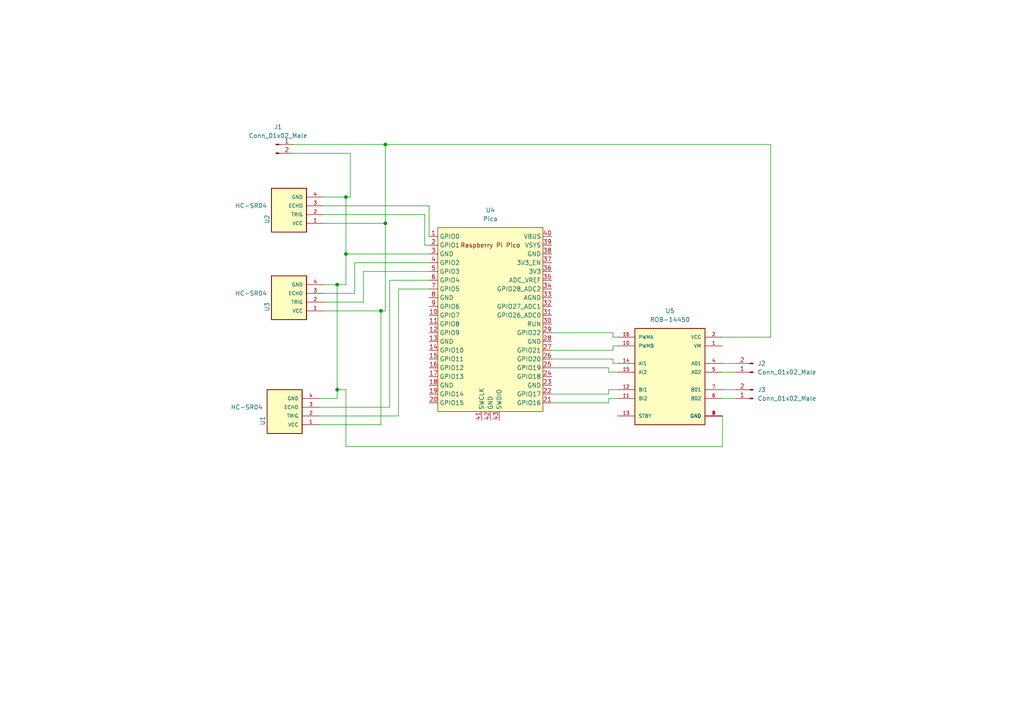
<source format=kicad_sch>
(kicad_sch
	(version 20231120)
	(generator "eeschema")
	(generator_version "8.0")
	(uuid "3dfe04a4-ab42-47f6-8001-e9928d0c5688")
	(paper "A4")
	(lib_symbols
		(symbol "Connector:Conn_01x02_Male"
			(pin_names
				(offset 1.016) hide)
			(exclude_from_sim no)
			(in_bom yes)
			(on_board yes)
			(property "Reference" "J"
				(at 0 2.54 0)
				(effects
					(font
						(size 1.27 1.27)
					)
				)
			)
			(property "Value" "Conn_01x02_Male"
				(at 0 -5.08 0)
				(effects
					(font
						(size 1.27 1.27)
					)
				)
			)
			(property "Footprint" ""
				(at 0 0 0)
				(effects
					(font
						(size 1.27 1.27)
					)
					(hide yes)
				)
			)
			(property "Datasheet" "~"
				(at 0 0 0)
				(effects
					(font
						(size 1.27 1.27)
					)
					(hide yes)
				)
			)
			(property "Description" "Generic connector, single row, 01x02, script generated (kicad-library-utils/schlib/autogen/connector/)"
				(at 0 0 0)
				(effects
					(font
						(size 1.27 1.27)
					)
					(hide yes)
				)
			)
			(property "ki_keywords" "connector"
				(at 0 0 0)
				(effects
					(font
						(size 1.27 1.27)
					)
					(hide yes)
				)
			)
			(property "ki_fp_filters" "Connector*:*_1x??_*"
				(at 0 0 0)
				(effects
					(font
						(size 1.27 1.27)
					)
					(hide yes)
				)
			)
			(symbol "Conn_01x02_Male_1_1"
				(polyline
					(pts
						(xy 1.27 -2.54) (xy 0.8636 -2.54)
					)
					(stroke
						(width 0.1524)
						(type default)
					)
					(fill
						(type none)
					)
				)
				(polyline
					(pts
						(xy 1.27 0) (xy 0.8636 0)
					)
					(stroke
						(width 0.1524)
						(type default)
					)
					(fill
						(type none)
					)
				)
				(rectangle
					(start 0.8636 -2.413)
					(end 0 -2.667)
					(stroke
						(width 0.1524)
						(type default)
					)
					(fill
						(type outline)
					)
				)
				(rectangle
					(start 0.8636 0.127)
					(end 0 -0.127)
					(stroke
						(width 0.1524)
						(type default)
					)
					(fill
						(type outline)
					)
				)
				(pin passive line
					(at 5.08 0 180)
					(length 3.81)
					(name "Pin_1"
						(effects
							(font
								(size 1.27 1.27)
							)
						)
					)
					(number "1"
						(effects
							(font
								(size 1.27 1.27)
							)
						)
					)
				)
				(pin passive line
					(at 5.08 -2.54 180)
					(length 3.81)
					(name "Pin_2"
						(effects
							(font
								(size 1.27 1.27)
							)
						)
					)
					(number "2"
						(effects
							(font
								(size 1.27 1.27)
							)
						)
					)
				)
			)
		)
		(symbol "HC-SR04:HC-SR04"
			(pin_names
				(offset 1.016)
			)
			(exclude_from_sim no)
			(in_bom yes)
			(on_board yes)
			(property "Reference" "U"
				(at 0 5.08 0)
				(effects
					(font
						(size 1.27 1.27)
					)
					(justify left bottom)
				)
			)
			(property "Value" "HC-SR04"
				(at 0 -10.16 0)
				(effects
					(font
						(size 1.27 1.27)
					)
					(justify left bottom)
				)
			)
			(property "Footprint" "XCVR_HC-SR04"
				(at 0 0 0)
				(effects
					(font
						(size 1.27 1.27)
					)
					(justify left bottom)
					(hide yes)
				)
			)
			(property "Datasheet" ""
				(at 0 0 0)
				(effects
					(font
						(size 1.27 1.27)
					)
					(justify left bottom)
					(hide yes)
				)
			)
			(property "Description" ""
				(at 0 0 0)
				(effects
					(font
						(size 1.27 1.27)
					)
					(hide yes)
				)
			)
			(property "MANUFACTURER" "Osepp"
				(at 0 0 0)
				(effects
					(font
						(size 1.27 1.27)
					)
					(justify left bottom)
					(hide yes)
				)
			)
			(property "ki_locked" ""
				(at 0 0 0)
				(effects
					(font
						(size 1.27 1.27)
					)
				)
			)
			(symbol "HC-SR04_0_0"
				(rectangle
					(start 0 -7.62)
					(end 10.16 5.08)
					(stroke
						(width 0.254)
						(type default)
					)
					(fill
						(type background)
					)
				)
				(polyline
					(pts
						(xy 0 5.08) (xy 0 -7.62)
					)
					(stroke
						(width 0.254)
						(type default)
					)
					(fill
						(type none)
					)
				)
				(pin power_in line
					(at -5.08 2.54 0)
					(length 5.08)
					(name "VCC"
						(effects
							(font
								(size 1.016 1.016)
							)
						)
					)
					(number "1"
						(effects
							(font
								(size 1.016 1.016)
							)
						)
					)
				)
				(pin bidirectional line
					(at -5.08 0 0)
					(length 5.08)
					(name "TRIG"
						(effects
							(font
								(size 1.016 1.016)
							)
						)
					)
					(number "2"
						(effects
							(font
								(size 1.016 1.016)
							)
						)
					)
				)
				(pin bidirectional line
					(at -5.08 -2.54 0)
					(length 5.08)
					(name "ECHO"
						(effects
							(font
								(size 1.016 1.016)
							)
						)
					)
					(number "3"
						(effects
							(font
								(size 1.016 1.016)
							)
						)
					)
				)
				(pin power_in line
					(at -5.08 -5.08 0)
					(length 5.08)
					(name "GND"
						(effects
							(font
								(size 1.016 1.016)
							)
						)
					)
					(number "4"
						(effects
							(font
								(size 1.016 1.016)
							)
						)
					)
				)
			)
		)
		(symbol "MCU_RaspberryPi_and_Boards:Pico"
			(exclude_from_sim no)
			(in_bom yes)
			(on_board yes)
			(property "Reference" "U"
				(at -13.97 27.94 0)
				(effects
					(font
						(size 1.27 1.27)
					)
				)
			)
			(property "Value" "Pico"
				(at 0 19.05 0)
				(effects
					(font
						(size 1.27 1.27)
					)
				)
			)
			(property "Footprint" "RPi_Pico:RPi_Pico_SMD_TH"
				(at 0 0 90)
				(effects
					(font
						(size 1.27 1.27)
					)
					(hide yes)
				)
			)
			(property "Datasheet" ""
				(at 0 0 0)
				(effects
					(font
						(size 1.27 1.27)
					)
					(hide yes)
				)
			)
			(property "Description" ""
				(at 0 0 0)
				(effects
					(font
						(size 1.27 1.27)
					)
					(hide yes)
				)
			)
			(symbol "Pico_0_0"
				(text "Raspberry Pi Pico"
					(at 0 21.59 0)
					(effects
						(font
							(size 1.27 1.27)
						)
					)
				)
			)
			(symbol "Pico_0_1"
				(rectangle
					(start -15.24 26.67)
					(end 15.24 -26.67)
					(stroke
						(width 0)
						(type default)
					)
					(fill
						(type background)
					)
				)
			)
			(symbol "Pico_1_1"
				(pin bidirectional line
					(at -17.78 24.13 0)
					(length 2.54)
					(name "GPIO0"
						(effects
							(font
								(size 1.27 1.27)
							)
						)
					)
					(number "1"
						(effects
							(font
								(size 1.27 1.27)
							)
						)
					)
				)
				(pin bidirectional line
					(at -17.78 1.27 0)
					(length 2.54)
					(name "GPIO7"
						(effects
							(font
								(size 1.27 1.27)
							)
						)
					)
					(number "10"
						(effects
							(font
								(size 1.27 1.27)
							)
						)
					)
				)
				(pin bidirectional line
					(at -17.78 -1.27 0)
					(length 2.54)
					(name "GPIO8"
						(effects
							(font
								(size 1.27 1.27)
							)
						)
					)
					(number "11"
						(effects
							(font
								(size 1.27 1.27)
							)
						)
					)
				)
				(pin bidirectional line
					(at -17.78 -3.81 0)
					(length 2.54)
					(name "GPIO9"
						(effects
							(font
								(size 1.27 1.27)
							)
						)
					)
					(number "12"
						(effects
							(font
								(size 1.27 1.27)
							)
						)
					)
				)
				(pin power_in line
					(at -17.78 -6.35 0)
					(length 2.54)
					(name "GND"
						(effects
							(font
								(size 1.27 1.27)
							)
						)
					)
					(number "13"
						(effects
							(font
								(size 1.27 1.27)
							)
						)
					)
				)
				(pin bidirectional line
					(at -17.78 -8.89 0)
					(length 2.54)
					(name "GPIO10"
						(effects
							(font
								(size 1.27 1.27)
							)
						)
					)
					(number "14"
						(effects
							(font
								(size 1.27 1.27)
							)
						)
					)
				)
				(pin bidirectional line
					(at -17.78 -11.43 0)
					(length 2.54)
					(name "GPIO11"
						(effects
							(font
								(size 1.27 1.27)
							)
						)
					)
					(number "15"
						(effects
							(font
								(size 1.27 1.27)
							)
						)
					)
				)
				(pin bidirectional line
					(at -17.78 -13.97 0)
					(length 2.54)
					(name "GPIO12"
						(effects
							(font
								(size 1.27 1.27)
							)
						)
					)
					(number "16"
						(effects
							(font
								(size 1.27 1.27)
							)
						)
					)
				)
				(pin bidirectional line
					(at -17.78 -16.51 0)
					(length 2.54)
					(name "GPIO13"
						(effects
							(font
								(size 1.27 1.27)
							)
						)
					)
					(number "17"
						(effects
							(font
								(size 1.27 1.27)
							)
						)
					)
				)
				(pin power_in line
					(at -17.78 -19.05 0)
					(length 2.54)
					(name "GND"
						(effects
							(font
								(size 1.27 1.27)
							)
						)
					)
					(number "18"
						(effects
							(font
								(size 1.27 1.27)
							)
						)
					)
				)
				(pin bidirectional line
					(at -17.78 -21.59 0)
					(length 2.54)
					(name "GPIO14"
						(effects
							(font
								(size 1.27 1.27)
							)
						)
					)
					(number "19"
						(effects
							(font
								(size 1.27 1.27)
							)
						)
					)
				)
				(pin bidirectional line
					(at -17.78 21.59 0)
					(length 2.54)
					(name "GPIO1"
						(effects
							(font
								(size 1.27 1.27)
							)
						)
					)
					(number "2"
						(effects
							(font
								(size 1.27 1.27)
							)
						)
					)
				)
				(pin bidirectional line
					(at -17.78 -24.13 0)
					(length 2.54)
					(name "GPIO15"
						(effects
							(font
								(size 1.27 1.27)
							)
						)
					)
					(number "20"
						(effects
							(font
								(size 1.27 1.27)
							)
						)
					)
				)
				(pin bidirectional line
					(at 17.78 -24.13 180)
					(length 2.54)
					(name "GPIO16"
						(effects
							(font
								(size 1.27 1.27)
							)
						)
					)
					(number "21"
						(effects
							(font
								(size 1.27 1.27)
							)
						)
					)
				)
				(pin bidirectional line
					(at 17.78 -21.59 180)
					(length 2.54)
					(name "GPIO17"
						(effects
							(font
								(size 1.27 1.27)
							)
						)
					)
					(number "22"
						(effects
							(font
								(size 1.27 1.27)
							)
						)
					)
				)
				(pin power_in line
					(at 17.78 -19.05 180)
					(length 2.54)
					(name "GND"
						(effects
							(font
								(size 1.27 1.27)
							)
						)
					)
					(number "23"
						(effects
							(font
								(size 1.27 1.27)
							)
						)
					)
				)
				(pin bidirectional line
					(at 17.78 -16.51 180)
					(length 2.54)
					(name "GPIO18"
						(effects
							(font
								(size 1.27 1.27)
							)
						)
					)
					(number "24"
						(effects
							(font
								(size 1.27 1.27)
							)
						)
					)
				)
				(pin bidirectional line
					(at 17.78 -13.97 180)
					(length 2.54)
					(name "GPIO19"
						(effects
							(font
								(size 1.27 1.27)
							)
						)
					)
					(number "25"
						(effects
							(font
								(size 1.27 1.27)
							)
						)
					)
				)
				(pin bidirectional line
					(at 17.78 -11.43 180)
					(length 2.54)
					(name "GPIO20"
						(effects
							(font
								(size 1.27 1.27)
							)
						)
					)
					(number "26"
						(effects
							(font
								(size 1.27 1.27)
							)
						)
					)
				)
				(pin bidirectional line
					(at 17.78 -8.89 180)
					(length 2.54)
					(name "GPIO21"
						(effects
							(font
								(size 1.27 1.27)
							)
						)
					)
					(number "27"
						(effects
							(font
								(size 1.27 1.27)
							)
						)
					)
				)
				(pin power_in line
					(at 17.78 -6.35 180)
					(length 2.54)
					(name "GND"
						(effects
							(font
								(size 1.27 1.27)
							)
						)
					)
					(number "28"
						(effects
							(font
								(size 1.27 1.27)
							)
						)
					)
				)
				(pin bidirectional line
					(at 17.78 -3.81 180)
					(length 2.54)
					(name "GPIO22"
						(effects
							(font
								(size 1.27 1.27)
							)
						)
					)
					(number "29"
						(effects
							(font
								(size 1.27 1.27)
							)
						)
					)
				)
				(pin power_in line
					(at -17.78 19.05 0)
					(length 2.54)
					(name "GND"
						(effects
							(font
								(size 1.27 1.27)
							)
						)
					)
					(number "3"
						(effects
							(font
								(size 1.27 1.27)
							)
						)
					)
				)
				(pin input line
					(at 17.78 -1.27 180)
					(length 2.54)
					(name "RUN"
						(effects
							(font
								(size 1.27 1.27)
							)
						)
					)
					(number "30"
						(effects
							(font
								(size 1.27 1.27)
							)
						)
					)
				)
				(pin bidirectional line
					(at 17.78 1.27 180)
					(length 2.54)
					(name "GPIO26_ADC0"
						(effects
							(font
								(size 1.27 1.27)
							)
						)
					)
					(number "31"
						(effects
							(font
								(size 1.27 1.27)
							)
						)
					)
				)
				(pin bidirectional line
					(at 17.78 3.81 180)
					(length 2.54)
					(name "GPIO27_ADC1"
						(effects
							(font
								(size 1.27 1.27)
							)
						)
					)
					(number "32"
						(effects
							(font
								(size 1.27 1.27)
							)
						)
					)
				)
				(pin power_in line
					(at 17.78 6.35 180)
					(length 2.54)
					(name "AGND"
						(effects
							(font
								(size 1.27 1.27)
							)
						)
					)
					(number "33"
						(effects
							(font
								(size 1.27 1.27)
							)
						)
					)
				)
				(pin bidirectional line
					(at 17.78 8.89 180)
					(length 2.54)
					(name "GPIO28_ADC2"
						(effects
							(font
								(size 1.27 1.27)
							)
						)
					)
					(number "34"
						(effects
							(font
								(size 1.27 1.27)
							)
						)
					)
				)
				(pin power_in line
					(at 17.78 11.43 180)
					(length 2.54)
					(name "ADC_VREF"
						(effects
							(font
								(size 1.27 1.27)
							)
						)
					)
					(number "35"
						(effects
							(font
								(size 1.27 1.27)
							)
						)
					)
				)
				(pin power_in line
					(at 17.78 13.97 180)
					(length 2.54)
					(name "3V3"
						(effects
							(font
								(size 1.27 1.27)
							)
						)
					)
					(number "36"
						(effects
							(font
								(size 1.27 1.27)
							)
						)
					)
				)
				(pin input line
					(at 17.78 16.51 180)
					(length 2.54)
					(name "3V3_EN"
						(effects
							(font
								(size 1.27 1.27)
							)
						)
					)
					(number "37"
						(effects
							(font
								(size 1.27 1.27)
							)
						)
					)
				)
				(pin bidirectional line
					(at 17.78 19.05 180)
					(length 2.54)
					(name "GND"
						(effects
							(font
								(size 1.27 1.27)
							)
						)
					)
					(number "38"
						(effects
							(font
								(size 1.27 1.27)
							)
						)
					)
				)
				(pin power_in line
					(at 17.78 21.59 180)
					(length 2.54)
					(name "VSYS"
						(effects
							(font
								(size 1.27 1.27)
							)
						)
					)
					(number "39"
						(effects
							(font
								(size 1.27 1.27)
							)
						)
					)
				)
				(pin bidirectional line
					(at -17.78 16.51 0)
					(length 2.54)
					(name "GPIO2"
						(effects
							(font
								(size 1.27 1.27)
							)
						)
					)
					(number "4"
						(effects
							(font
								(size 1.27 1.27)
							)
						)
					)
				)
				(pin power_in line
					(at 17.78 24.13 180)
					(length 2.54)
					(name "VBUS"
						(effects
							(font
								(size 1.27 1.27)
							)
						)
					)
					(number "40"
						(effects
							(font
								(size 1.27 1.27)
							)
						)
					)
				)
				(pin input line
					(at -2.54 -29.21 90)
					(length 2.54)
					(name "SWCLK"
						(effects
							(font
								(size 1.27 1.27)
							)
						)
					)
					(number "41"
						(effects
							(font
								(size 1.27 1.27)
							)
						)
					)
				)
				(pin power_in line
					(at 0 -29.21 90)
					(length 2.54)
					(name "GND"
						(effects
							(font
								(size 1.27 1.27)
							)
						)
					)
					(number "42"
						(effects
							(font
								(size 1.27 1.27)
							)
						)
					)
				)
				(pin bidirectional line
					(at 2.54 -29.21 90)
					(length 2.54)
					(name "SWDIO"
						(effects
							(font
								(size 1.27 1.27)
							)
						)
					)
					(number "43"
						(effects
							(font
								(size 1.27 1.27)
							)
						)
					)
				)
				(pin bidirectional line
					(at -17.78 13.97 0)
					(length 2.54)
					(name "GPIO3"
						(effects
							(font
								(size 1.27 1.27)
							)
						)
					)
					(number "5"
						(effects
							(font
								(size 1.27 1.27)
							)
						)
					)
				)
				(pin bidirectional line
					(at -17.78 11.43 0)
					(length 2.54)
					(name "GPIO4"
						(effects
							(font
								(size 1.27 1.27)
							)
						)
					)
					(number "6"
						(effects
							(font
								(size 1.27 1.27)
							)
						)
					)
				)
				(pin bidirectional line
					(at -17.78 8.89 0)
					(length 2.54)
					(name "GPIO5"
						(effects
							(font
								(size 1.27 1.27)
							)
						)
					)
					(number "7"
						(effects
							(font
								(size 1.27 1.27)
							)
						)
					)
				)
				(pin power_in line
					(at -17.78 6.35 0)
					(length 2.54)
					(name "GND"
						(effects
							(font
								(size 1.27 1.27)
							)
						)
					)
					(number "8"
						(effects
							(font
								(size 1.27 1.27)
							)
						)
					)
				)
				(pin bidirectional line
					(at -17.78 3.81 0)
					(length 2.54)
					(name "GPIO6"
						(effects
							(font
								(size 1.27 1.27)
							)
						)
					)
					(number "9"
						(effects
							(font
								(size 1.27 1.27)
							)
						)
					)
				)
			)
		)
		(symbol "ROB-14450:ROB-14450"
			(pin_names
				(offset 1.016)
			)
			(exclude_from_sim no)
			(in_bom yes)
			(on_board yes)
			(property "Reference" "U"
				(at -10.16 16.002 0)
				(effects
					(font
						(size 1.27 1.27)
					)
					(justify left bottom)
				)
			)
			(property "Value" "ROB-14450"
				(at -10.16 -15.24 0)
				(effects
					(font
						(size 1.27 1.27)
					)
					(justify left bottom)
				)
			)
			(property "Footprint" "MODULE_ROB-14450"
				(at 0 0 0)
				(effects
					(font
						(size 1.27 1.27)
					)
					(justify left bottom)
					(hide yes)
				)
			)
			(property "Datasheet" ""
				(at 0 0 0)
				(effects
					(font
						(size 1.27 1.27)
					)
					(justify left bottom)
					(hide yes)
				)
			)
			(property "Description" ""
				(at 0 0 0)
				(effects
					(font
						(size 1.27 1.27)
					)
					(hide yes)
				)
			)
			(property "STANDARD" "Manufacturer Recommendation"
				(at 0 0 0)
				(effects
					(font
						(size 1.27 1.27)
					)
					(justify left bottom)
					(hide yes)
				)
			)
			(property "PARTREV" "11-13-17"
				(at 0 0 0)
				(effects
					(font
						(size 1.27 1.27)
					)
					(justify left bottom)
					(hide yes)
				)
			)
			(property "MANUFACTURER" "Sparkfun Electronics"
				(at 0 0 0)
				(effects
					(font
						(size 1.27 1.27)
					)
					(justify left bottom)
					(hide yes)
				)
			)
			(property "ki_locked" ""
				(at 0 0 0)
				(effects
					(font
						(size 1.27 1.27)
					)
				)
			)
			(symbol "ROB-14450_0_0"
				(rectangle
					(start -10.16 -12.7)
					(end 10.16 15.24)
					(stroke
						(width 0.254)
						(type default)
					)
					(fill
						(type background)
					)
				)
				(pin power_in line
					(at 15.24 10.16 180)
					(length 5.08)
					(name "VM"
						(effects
							(font
								(size 1.016 1.016)
							)
						)
					)
					(number "1"
						(effects
							(font
								(size 1.016 1.016)
							)
						)
					)
				)
				(pin input line
					(at -15.24 10.16 0)
					(length 5.08)
					(name "PWMB"
						(effects
							(font
								(size 1.016 1.016)
							)
						)
					)
					(number "10"
						(effects
							(font
								(size 1.016 1.016)
							)
						)
					)
				)
				(pin input line
					(at -15.24 -5.08 0)
					(length 5.08)
					(name "BI2"
						(effects
							(font
								(size 1.016 1.016)
							)
						)
					)
					(number "11"
						(effects
							(font
								(size 1.016 1.016)
							)
						)
					)
				)
				(pin input line
					(at -15.24 -2.54 0)
					(length 5.08)
					(name "BI1"
						(effects
							(font
								(size 1.016 1.016)
							)
						)
					)
					(number "12"
						(effects
							(font
								(size 1.016 1.016)
							)
						)
					)
				)
				(pin input line
					(at -15.24 -10.16 0)
					(length 5.08)
					(name "STBY"
						(effects
							(font
								(size 1.016 1.016)
							)
						)
					)
					(number "13"
						(effects
							(font
								(size 1.016 1.016)
							)
						)
					)
				)
				(pin input line
					(at -15.24 5.08 0)
					(length 5.08)
					(name "AI1"
						(effects
							(font
								(size 1.016 1.016)
							)
						)
					)
					(number "14"
						(effects
							(font
								(size 1.016 1.016)
							)
						)
					)
				)
				(pin input line
					(at -15.24 2.54 0)
					(length 5.08)
					(name "AI2"
						(effects
							(font
								(size 1.016 1.016)
							)
						)
					)
					(number "15"
						(effects
							(font
								(size 1.016 1.016)
							)
						)
					)
				)
				(pin input line
					(at -15.24 12.7 0)
					(length 5.08)
					(name "PWMA"
						(effects
							(font
								(size 1.016 1.016)
							)
						)
					)
					(number "16"
						(effects
							(font
								(size 1.016 1.016)
							)
						)
					)
				)
				(pin power_in line
					(at 15.24 12.7 180)
					(length 5.08)
					(name "VCC"
						(effects
							(font
								(size 1.016 1.016)
							)
						)
					)
					(number "2"
						(effects
							(font
								(size 1.016 1.016)
							)
						)
					)
				)
				(pin power_in line
					(at 15.24 -10.16 180)
					(length 5.08)
					(name "GND"
						(effects
							(font
								(size 1.016 1.016)
							)
						)
					)
					(number "3"
						(effects
							(font
								(size 1.016 1.016)
							)
						)
					)
				)
				(pin output line
					(at 15.24 5.08 180)
					(length 5.08)
					(name "A01"
						(effects
							(font
								(size 1.016 1.016)
							)
						)
					)
					(number "4"
						(effects
							(font
								(size 1.016 1.016)
							)
						)
					)
				)
				(pin output line
					(at 15.24 2.54 180)
					(length 5.08)
					(name "A02"
						(effects
							(font
								(size 1.016 1.016)
							)
						)
					)
					(number "5"
						(effects
							(font
								(size 1.016 1.016)
							)
						)
					)
				)
				(pin output line
					(at 15.24 -5.08 180)
					(length 5.08)
					(name "B02"
						(effects
							(font
								(size 1.016 1.016)
							)
						)
					)
					(number "6"
						(effects
							(font
								(size 1.016 1.016)
							)
						)
					)
				)
				(pin output line
					(at 15.24 -2.54 180)
					(length 5.08)
					(name "B01"
						(effects
							(font
								(size 1.016 1.016)
							)
						)
					)
					(number "7"
						(effects
							(font
								(size 1.016 1.016)
							)
						)
					)
				)
				(pin power_in line
					(at 15.24 -10.16 180)
					(length 5.08)
					(name "GND"
						(effects
							(font
								(size 1.016 1.016)
							)
						)
					)
					(number "8"
						(effects
							(font
								(size 1.016 1.016)
							)
						)
					)
				)
				(pin power_in line
					(at 15.24 -10.16 180)
					(length 5.08)
					(name "GND"
						(effects
							(font
								(size 1.016 1.016)
							)
						)
					)
					(number "9"
						(effects
							(font
								(size 1.016 1.016)
							)
						)
					)
				)
			)
		)
	)
	(junction
		(at 100.33 73.66)
		(diameter 0)
		(color 0 0 0 0)
		(uuid "1466ed78-b230-4ba2-acaa-34c75e6710eb")
	)
	(junction
		(at 97.79 82.55)
		(diameter 0)
		(color 0 0 0 0)
		(uuid "250f5b55-a71d-48ef-b83c-8961355eb511")
	)
	(junction
		(at 97.79 113.03)
		(diameter 0)
		(color 0 0 0 0)
		(uuid "6599ccb4-5b41-4ca4-a55f-941bda7657c1")
	)
	(junction
		(at 111.76 64.77)
		(diameter 0)
		(color 0 0 0 0)
		(uuid "a46306f8-b1a9-4e14-aa0d-25717323a96a")
	)
	(junction
		(at 100.33 57.15)
		(diameter 0)
		(color 0 0 0 0)
		(uuid "c311ff1c-ab86-4456-8876-28232ade836e")
	)
	(junction
		(at 111.76 41.91)
		(diameter 0)
		(color 0 0 0 0)
		(uuid "cbf31491-b201-4eae-b51e-f97c31a1601f")
	)
	(junction
		(at 110.49 90.17)
		(diameter 0)
		(color 0 0 0 0)
		(uuid "ce872f20-2977-4b1d-a876-778aff2a644e")
	)
	(wire
		(pts
			(xy 97.79 115.57) (xy 97.79 113.03)
		)
		(stroke
			(width 0)
			(type default)
		)
		(uuid "0b20ffbf-144e-4e49-b671-bb72d8902dbb")
	)
	(wire
		(pts
			(xy 176.53 116.84) (xy 160.02 116.84)
		)
		(stroke
			(width 0)
			(type default)
		)
		(uuid "0d3682a6-bb41-410b-920c-d97d170f7ed6")
	)
	(wire
		(pts
			(xy 111.76 64.77) (xy 93.98 64.77)
		)
		(stroke
			(width 0)
			(type default)
		)
		(uuid "192edd02-9751-4f63-95db-b8cbf1d4cac4")
	)
	(wire
		(pts
			(xy 209.55 115.57) (xy 213.36 115.57)
		)
		(stroke
			(width 0)
			(type default)
		)
		(uuid "1b83fd4c-a060-49c8-9084-083ad2cbda92")
	)
	(wire
		(pts
			(xy 115.57 120.65) (xy 92.71 120.65)
		)
		(stroke
			(width 0)
			(type default)
		)
		(uuid "1be3a007-68f4-4519-9b74-ba19518ea60a")
	)
	(wire
		(pts
			(xy 85.09 44.45) (xy 101.6 44.45)
		)
		(stroke
			(width 0)
			(type default)
		)
		(uuid "2b6f13eb-245d-4653-aa39-c264a68484c6")
	)
	(wire
		(pts
			(xy 100.33 129.54) (xy 100.33 113.03)
		)
		(stroke
			(width 0)
			(type default)
		)
		(uuid "2d04e4f5-ec68-4bdd-a6bc-15a5c27c032a")
	)
	(wire
		(pts
			(xy 209.55 97.79) (xy 223.52 97.79)
		)
		(stroke
			(width 0)
			(type default)
		)
		(uuid "373280c1-e3b8-46f7-ae74-e33bcb8d0a84")
	)
	(wire
		(pts
			(xy 176.53 115.57) (xy 176.53 116.84)
		)
		(stroke
			(width 0)
			(type default)
		)
		(uuid "3840e087-931b-4320-9d30-04cd648deede")
	)
	(wire
		(pts
			(xy 177.8 105.41) (xy 179.07 105.41)
		)
		(stroke
			(width 0)
			(type default)
		)
		(uuid "39b675e7-c844-4770-87ec-65c0a51e00ab")
	)
	(wire
		(pts
			(xy 124.46 68.58) (xy 124.46 59.69)
		)
		(stroke
			(width 0)
			(type default)
		)
		(uuid "3b244555-e21e-46bb-8b11-cc67c4ed0885")
	)
	(wire
		(pts
			(xy 176.53 114.3) (xy 160.02 114.3)
		)
		(stroke
			(width 0)
			(type default)
		)
		(uuid "405f6959-7a77-4ed9-9840-21cf3a45f22b")
	)
	(wire
		(pts
			(xy 124.46 81.28) (xy 113.03 81.28)
		)
		(stroke
			(width 0)
			(type default)
		)
		(uuid "42bf0c70-d974-466b-9ac4-b3f0ab75b6cd")
	)
	(wire
		(pts
			(xy 110.49 90.17) (xy 110.49 123.19)
		)
		(stroke
			(width 0)
			(type default)
		)
		(uuid "42f17b96-7c19-4236-8f90-a28ad88629f1")
	)
	(wire
		(pts
			(xy 177.8 101.6) (xy 177.8 100.33)
		)
		(stroke
			(width 0)
			(type default)
		)
		(uuid "44bd271f-50af-4433-ae6b-acf46a7151ca")
	)
	(wire
		(pts
			(xy 160.02 104.14) (xy 177.8 104.14)
		)
		(stroke
			(width 0)
			(type default)
		)
		(uuid "4646c0b1-1ac7-410b-8ecb-871f6676653a")
	)
	(wire
		(pts
			(xy 179.07 115.57) (xy 176.53 115.57)
		)
		(stroke
			(width 0)
			(type default)
		)
		(uuid "49d61b57-ec4b-4629-9bfd-bd8087ed9a54")
	)
	(wire
		(pts
			(xy 209.55 129.54) (xy 100.33 129.54)
		)
		(stroke
			(width 0)
			(type default)
		)
		(uuid "4aa5893d-769a-48d5-bf40-7108ba4015ef")
	)
	(wire
		(pts
			(xy 177.8 96.52) (xy 177.8 97.79)
		)
		(stroke
			(width 0)
			(type default)
		)
		(uuid "4c30da1f-c1e0-45f3-b6a0-23c67bdc8b40")
	)
	(wire
		(pts
			(xy 110.49 90.17) (xy 111.76 90.17)
		)
		(stroke
			(width 0)
			(type default)
		)
		(uuid "53552c0c-c748-41b0-80c5-458add7f01db")
	)
	(wire
		(pts
			(xy 100.33 73.66) (xy 124.46 73.66)
		)
		(stroke
			(width 0)
			(type default)
		)
		(uuid "57c955b6-6bc7-4b7c-b6de-4d92131815b3")
	)
	(wire
		(pts
			(xy 115.57 83.82) (xy 115.57 120.65)
		)
		(stroke
			(width 0)
			(type default)
		)
		(uuid "588014a5-0751-4b9b-97f7-97db83f33bfb")
	)
	(wire
		(pts
			(xy 209.55 120.65) (xy 209.55 129.54)
		)
		(stroke
			(width 0)
			(type default)
		)
		(uuid "5d4be89e-1531-42cc-9ea2-bcc93bb23852")
	)
	(wire
		(pts
			(xy 179.07 113.03) (xy 176.53 113.03)
		)
		(stroke
			(width 0)
			(type default)
		)
		(uuid "5f9995e8-ea97-4302-8ad4-06e884f1985a")
	)
	(wire
		(pts
			(xy 176.53 113.03) (xy 176.53 114.3)
		)
		(stroke
			(width 0)
			(type default)
		)
		(uuid "63864c60-d742-4350-bee0-19ff539b4698")
	)
	(wire
		(pts
			(xy 93.98 90.17) (xy 110.49 90.17)
		)
		(stroke
			(width 0)
			(type default)
		)
		(uuid "64017d46-68b4-4be0-a841-b7e2b0abd1ba")
	)
	(wire
		(pts
			(xy 176.53 106.68) (xy 160.02 106.68)
		)
		(stroke
			(width 0)
			(type default)
		)
		(uuid "6626c789-b38a-4577-a57d-51e57fead961")
	)
	(wire
		(pts
			(xy 92.71 115.57) (xy 97.79 115.57)
		)
		(stroke
			(width 0)
			(type default)
		)
		(uuid "6aa636a5-4396-4df1-85ec-50a79ba953db")
	)
	(wire
		(pts
			(xy 97.79 113.03) (xy 100.33 113.03)
		)
		(stroke
			(width 0)
			(type default)
		)
		(uuid "6b2b0759-60e4-4a1f-a431-1387bfca1a16")
	)
	(wire
		(pts
			(xy 113.03 118.11) (xy 92.71 118.11)
		)
		(stroke
			(width 0)
			(type default)
		)
		(uuid "715ec56d-947d-44ce-8206-5011a89e1ae3")
	)
	(wire
		(pts
			(xy 101.6 44.45) (xy 101.6 57.15)
		)
		(stroke
			(width 0)
			(type default)
		)
		(uuid "73759770-4d36-4e8c-826c-c68206e368f0")
	)
	(wire
		(pts
			(xy 223.52 41.91) (xy 111.76 41.91)
		)
		(stroke
			(width 0)
			(type default)
		)
		(uuid "75dfb226-e786-4288-9f16-374c0f3ff98e")
	)
	(wire
		(pts
			(xy 124.46 83.82) (xy 115.57 83.82)
		)
		(stroke
			(width 0)
			(type default)
		)
		(uuid "7bfdcf66-a3c3-4ea6-a0d2-ae4781793f17")
	)
	(wire
		(pts
			(xy 160.02 96.52) (xy 177.8 96.52)
		)
		(stroke
			(width 0)
			(type default)
		)
		(uuid "7fa7eac3-6a91-488f-8fcf-06d0e9407f8a")
	)
	(wire
		(pts
			(xy 160.02 101.6) (xy 177.8 101.6)
		)
		(stroke
			(width 0)
			(type default)
		)
		(uuid "834c3161-2fec-4190-87da-58332a114856")
	)
	(wire
		(pts
			(xy 177.8 100.33) (xy 179.07 100.33)
		)
		(stroke
			(width 0)
			(type default)
		)
		(uuid "8688451a-2e61-4b46-8dda-bac5cf3491bf")
	)
	(wire
		(pts
			(xy 176.53 107.95) (xy 176.53 106.68)
		)
		(stroke
			(width 0)
			(type default)
		)
		(uuid "88370d77-4789-4d16-b342-af4ca0fc9518")
	)
	(wire
		(pts
			(xy 209.55 107.95) (xy 213.36 107.95)
		)
		(stroke
			(width 0)
			(type default)
		)
		(uuid "8903dd8a-14cb-4948-9e28-027c3c2fbeb0")
	)
	(wire
		(pts
			(xy 105.41 87.63) (xy 93.98 87.63)
		)
		(stroke
			(width 0)
			(type default)
		)
		(uuid "8a87b278-cb46-4d42-9722-13266f4e03f5")
	)
	(wire
		(pts
			(xy 102.87 85.09) (xy 93.98 85.09)
		)
		(stroke
			(width 0)
			(type default)
		)
		(uuid "8bf0b518-97ff-474f-b0a9-6fc31a88554d")
	)
	(wire
		(pts
			(xy 105.41 78.74) (xy 105.41 87.63)
		)
		(stroke
			(width 0)
			(type default)
		)
		(uuid "8e7905cc-e7e0-4b60-8717-037056c334ea")
	)
	(wire
		(pts
			(xy 124.46 71.12) (xy 123.19 71.12)
		)
		(stroke
			(width 0)
			(type default)
		)
		(uuid "948b1acd-1b6c-4c43-b2e5-bcb5ea148ed6")
	)
	(wire
		(pts
			(xy 111.76 41.91) (xy 111.76 64.77)
		)
		(stroke
			(width 0)
			(type default)
		)
		(uuid "96e81fae-9103-4008-a904-9f5a1355604b")
	)
	(wire
		(pts
			(xy 209.55 113.03) (xy 213.36 113.03)
		)
		(stroke
			(width 0)
			(type default)
		)
		(uuid "98be4932-0551-4187-8ad1-fc4a33d41506")
	)
	(wire
		(pts
			(xy 113.03 81.28) (xy 113.03 118.11)
		)
		(stroke
			(width 0)
			(type default)
		)
		(uuid "9be43c89-4faf-46f8-8289-34ecd100f32a")
	)
	(wire
		(pts
			(xy 97.79 82.55) (xy 100.33 82.55)
		)
		(stroke
			(width 0)
			(type default)
		)
		(uuid "a274d40c-3379-4632-9219-119ee39d7d05")
	)
	(wire
		(pts
			(xy 105.41 78.74) (xy 124.46 78.74)
		)
		(stroke
			(width 0)
			(type default)
		)
		(uuid "a564fd1b-a2d4-44ea-802c-7816eb2869cb")
	)
	(wire
		(pts
			(xy 85.09 41.91) (xy 111.76 41.91)
		)
		(stroke
			(width 0)
			(type default)
		)
		(uuid "a7bd0ddb-b283-4dae-9d39-bc76cba17f79")
	)
	(wire
		(pts
			(xy 92.71 123.19) (xy 110.49 123.19)
		)
		(stroke
			(width 0)
			(type default)
		)
		(uuid "a8db754c-a8aa-4ef8-9fe3-47a6fe804f5b")
	)
	(wire
		(pts
			(xy 123.19 62.23) (xy 93.98 62.23)
		)
		(stroke
			(width 0)
			(type default)
		)
		(uuid "b42d67e3-e056-41c5-b324-54468d201006")
	)
	(wire
		(pts
			(xy 177.8 104.14) (xy 177.8 105.41)
		)
		(stroke
			(width 0)
			(type default)
		)
		(uuid "b855d12b-5424-4551-a120-25f76fc39721")
	)
	(wire
		(pts
			(xy 100.33 57.15) (xy 100.33 73.66)
		)
		(stroke
			(width 0)
			(type default)
		)
		(uuid "bca32ce3-f351-4b46-a4e8-bdcb8b4849da")
	)
	(wire
		(pts
			(xy 100.33 73.66) (xy 100.33 82.55)
		)
		(stroke
			(width 0)
			(type default)
		)
		(uuid "c941f186-4edb-4659-b3a2-f23d1cae82e1")
	)
	(wire
		(pts
			(xy 123.19 71.12) (xy 123.19 62.23)
		)
		(stroke
			(width 0)
			(type default)
		)
		(uuid "cbbf9643-2646-428f-87cb-fb6def963f5b")
	)
	(wire
		(pts
			(xy 97.79 113.03) (xy 97.79 82.55)
		)
		(stroke
			(width 0)
			(type default)
		)
		(uuid "cd877107-6cd3-4711-bf21-06c1ee31ce2e")
	)
	(wire
		(pts
			(xy 101.6 57.15) (xy 100.33 57.15)
		)
		(stroke
			(width 0)
			(type default)
		)
		(uuid "ce608f96-3c55-4ab8-8870-35fe03b7de33")
	)
	(wire
		(pts
			(xy 100.33 57.15) (xy 93.98 57.15)
		)
		(stroke
			(width 0)
			(type default)
		)
		(uuid "d2b60927-0eaf-47e3-8fb7-fc6d423fb04e")
	)
	(wire
		(pts
			(xy 179.07 107.95) (xy 176.53 107.95)
		)
		(stroke
			(width 0)
			(type default)
		)
		(uuid "d952455b-0c26-4237-a7bc-4392714c33d6")
	)
	(wire
		(pts
			(xy 102.87 76.2) (xy 102.87 85.09)
		)
		(stroke
			(width 0)
			(type default)
		)
		(uuid "e473b7c0-19e2-40a4-a213-c16bf2454de6")
	)
	(wire
		(pts
			(xy 223.52 97.79) (xy 223.52 41.91)
		)
		(stroke
			(width 0)
			(type default)
		)
		(uuid "ebc3d22b-e213-4c7b-8236-334ac576d018")
	)
	(wire
		(pts
			(xy 93.98 82.55) (xy 97.79 82.55)
		)
		(stroke
			(width 0)
			(type default)
		)
		(uuid "ee5f5a76-484d-4fbc-84f8-5f513ab0caec")
	)
	(wire
		(pts
			(xy 124.46 76.2) (xy 102.87 76.2)
		)
		(stroke
			(width 0)
			(type default)
		)
		(uuid "f3445b87-af8e-4aa8-8791-b3274c47a00a")
	)
	(wire
		(pts
			(xy 111.76 90.17) (xy 111.76 64.77)
		)
		(stroke
			(width 0)
			(type default)
		)
		(uuid "f523a6dc-11c2-4492-92bb-d0867bac08dc")
	)
	(wire
		(pts
			(xy 209.55 105.41) (xy 213.36 105.41)
		)
		(stroke
			(width 0)
			(type default)
		)
		(uuid "f5449826-062a-4d24-97eb-244095f479d7")
	)
	(wire
		(pts
			(xy 177.8 97.79) (xy 179.07 97.79)
		)
		(stroke
			(width 0)
			(type default)
		)
		(uuid "f774cfb7-0d16-4f71-b54d-baaf55a5b8dc")
	)
	(wire
		(pts
			(xy 124.46 59.69) (xy 93.98 59.69)
		)
		(stroke
			(width 0)
			(type default)
		)
		(uuid "fbbe4bab-3de2-48aa-b0fc-8b815ee3e601")
	)
	(symbol
		(lib_id "HC-SR04:HC-SR04")
		(at 88.9 62.23 180)
		(unit 1)
		(exclude_from_sim no)
		(in_bom yes)
		(on_board yes)
		(dnp no)
		(uuid "070f973c-3500-42b7-af2d-2e19cf05535d")
		(property "Reference" "U2"
			(at 77.47 62.2301 90)
			(effects
				(font
					(size 1.27 1.27)
				)
				(justify left)
			)
		)
		(property "Value" "HC-SR04"
			(at 77.47 59.6901 0)
			(effects
				(font
					(size 1.27 1.27)
				)
				(justify left)
			)
		)
		(property "Footprint" "HC-SR04:XCVR_HC-SR04"
			(at 88.9 62.23 0)
			(effects
				(font
					(size 1.27 1.27)
				)
				(justify left bottom)
				(hide yes)
			)
		)
		(property "Datasheet" ""
			(at 88.9 62.23 0)
			(effects
				(font
					(size 1.27 1.27)
				)
				(justify left bottom)
				(hide yes)
			)
		)
		(property "Description" ""
			(at 88.9 62.23 0)
			(effects
				(font
					(size 1.27 1.27)
				)
				(hide yes)
			)
		)
		(property "MANUFACTURER" "Osepp"
			(at 88.9 62.23 0)
			(effects
				(font
					(size 1.27 1.27)
				)
				(justify left bottom)
				(hide yes)
			)
		)
		(pin "1"
			(uuid "fc97e1ff-17f2-4b44-8229-c3af25dcf9bf")
		)
		(pin "2"
			(uuid "c50d191f-265d-4f89-bd1c-9f9e127aad49")
		)
		(pin "3"
			(uuid "794fe542-6433-40d2-9c4e-e14a86469a4e")
		)
		(pin "4"
			(uuid "3ed8a564-451e-4027-b2e6-a58d77be20aa")
		)
		(instances
			(project "first"
				(path "/3dfe04a4-ab42-47f6-8001-e9928d0c5688"
					(reference "U2")
					(unit 1)
				)
			)
		)
	)
	(symbol
		(lib_id "ROB-14450:ROB-14450")
		(at 194.31 110.49 0)
		(unit 1)
		(exclude_from_sim no)
		(in_bom yes)
		(on_board yes)
		(dnp no)
		(fields_autoplaced yes)
		(uuid "1bcfb8d8-52d4-4592-b1a3-ed48a36bfc7c")
		(property "Reference" "U5"
			(at 194.31 90.17 0)
			(effects
				(font
					(size 1.27 1.27)
				)
			)
		)
		(property "Value" "ROB-14450"
			(at 194.31 92.71 0)
			(effects
				(font
					(size 1.27 1.27)
				)
			)
		)
		(property "Footprint" "ROB-14450:MODULE_ROB-14450"
			(at 194.31 110.49 0)
			(effects
				(font
					(size 1.27 1.27)
				)
				(justify left bottom)
				(hide yes)
			)
		)
		(property "Datasheet" ""
			(at 194.31 110.49 0)
			(effects
				(font
					(size 1.27 1.27)
				)
				(justify left bottom)
				(hide yes)
			)
		)
		(property "Description" ""
			(at 194.31 110.49 0)
			(effects
				(font
					(size 1.27 1.27)
				)
				(hide yes)
			)
		)
		(property "STANDARD" "Manufacturer Recommendation"
			(at 194.31 110.49 0)
			(effects
				(font
					(size 1.27 1.27)
				)
				(justify left bottom)
				(hide yes)
			)
		)
		(property "PARTREV" "11-13-17"
			(at 194.31 110.49 0)
			(effects
				(font
					(size 1.27 1.27)
				)
				(justify left bottom)
				(hide yes)
			)
		)
		(property "MANUFACTURER" "Sparkfun Electronics"
			(at 194.31 110.49 0)
			(effects
				(font
					(size 1.27 1.27)
				)
				(justify left bottom)
				(hide yes)
			)
		)
		(pin "1"
			(uuid "5fd31ebf-e049-46ac-aeb4-aa3a8cdc684d")
		)
		(pin "10"
			(uuid "5b8461bd-5083-4974-bfdd-6dd6fdda8791")
		)
		(pin "11"
			(uuid "889982e5-cd2e-4a1a-a3c0-aaedb6bf775f")
		)
		(pin "12"
			(uuid "13e8289c-e082-40d6-a1d5-c932725f214b")
		)
		(pin "13"
			(uuid "43c82e1f-c166-4b9d-a11b-4077f2ea4061")
		)
		(pin "14"
			(uuid "5e7745e3-5237-40a7-8226-ed278133792e")
		)
		(pin "15"
			(uuid "a50732a2-583c-45ce-a7b2-b92f76bbbf8c")
		)
		(pin "16"
			(uuid "5153ac6e-75ac-483b-8db2-35dde157b79a")
		)
		(pin "2"
			(uuid "0df8ccfe-8506-47c3-b5a5-4fc8dcc25432")
		)
		(pin "3"
			(uuid "576a5307-56b9-49d4-9330-736794fcb020")
		)
		(pin "4"
			(uuid "609ec84c-f190-413d-889f-8a714037618f")
		)
		(pin "5"
			(uuid "36618560-4bdd-4627-b9bb-dc22acefd949")
		)
		(pin "6"
			(uuid "b31039e7-1f04-4fb7-a98e-0b1b1d8a4afd")
		)
		(pin "7"
			(uuid "737edbbb-93d9-4d17-b8fa-cee15b6f5f87")
		)
		(pin "8"
			(uuid "6c83a689-d8fd-49f8-9d84-1af73808df09")
		)
		(pin "9"
			(uuid "9939789a-e318-449a-b8de-86d0fb5e718a")
		)
		(instances
			(project "first"
				(path "/3dfe04a4-ab42-47f6-8001-e9928d0c5688"
					(reference "U5")
					(unit 1)
				)
			)
		)
	)
	(symbol
		(lib_id "Connector:Conn_01x02_Male")
		(at 80.01 41.91 0)
		(unit 1)
		(exclude_from_sim no)
		(in_bom yes)
		(on_board yes)
		(dnp no)
		(fields_autoplaced yes)
		(uuid "6c87fd27-86b8-449e-ad05-103ed686bd5c")
		(property "Reference" "J1"
			(at 80.645 36.83 0)
			(effects
				(font
					(size 1.27 1.27)
				)
			)
		)
		(property "Value" "Conn_01x02_Male"
			(at 80.645 39.37 0)
			(effects
				(font
					(size 1.27 1.27)
				)
			)
		)
		(property "Footprint" "Connector_Phoenix_MSTB:PhoenixContact_MSTBA_2,5_2-G_1x02_P5.00mm_Horizontal"
			(at 80.01 41.91 0)
			(effects
				(font
					(size 1.27 1.27)
				)
				(hide yes)
			)
		)
		(property "Datasheet" "~"
			(at 80.01 41.91 0)
			(effects
				(font
					(size 1.27 1.27)
				)
				(hide yes)
			)
		)
		(property "Description" ""
			(at 80.01 41.91 0)
			(effects
				(font
					(size 1.27 1.27)
				)
				(hide yes)
			)
		)
		(pin "1"
			(uuid "e16d7205-674f-474e-833d-87619fc1d9a9")
		)
		(pin "2"
			(uuid "fe356407-c887-4f80-afb7-14e15edf036c")
		)
		(instances
			(project "first"
				(path "/3dfe04a4-ab42-47f6-8001-e9928d0c5688"
					(reference "J1")
					(unit 1)
				)
			)
		)
	)
	(symbol
		(lib_id "Connector:Conn_01x02_Male")
		(at 218.44 115.57 180)
		(unit 1)
		(exclude_from_sim no)
		(in_bom yes)
		(on_board yes)
		(dnp no)
		(fields_autoplaced yes)
		(uuid "82c23c9f-cc91-40a6-8c99-fcd9675cbea4")
		(property "Reference" "J3"
			(at 219.71 113.0299 0)
			(effects
				(font
					(size 1.27 1.27)
				)
				(justify right)
			)
		)
		(property "Value" "Conn_01x02_Male"
			(at 219.71 115.5699 0)
			(effects
				(font
					(size 1.27 1.27)
				)
				(justify right)
			)
		)
		(property "Footprint" "Connector_Phoenix_MSTB:PhoenixContact_MSTBA_2,5_2-G_1x02_P5.00mm_Horizontal"
			(at 218.44 115.57 0)
			(effects
				(font
					(size 1.27 1.27)
				)
				(hide yes)
			)
		)
		(property "Datasheet" "~"
			(at 218.44 115.57 0)
			(effects
				(font
					(size 1.27 1.27)
				)
				(hide yes)
			)
		)
		(property "Description" ""
			(at 218.44 115.57 0)
			(effects
				(font
					(size 1.27 1.27)
				)
				(hide yes)
			)
		)
		(pin "1"
			(uuid "d5b603de-1910-4cd8-a0cd-73f3ac256f98")
		)
		(pin "2"
			(uuid "b512fcd9-fadc-4d03-98a8-60d568ea6913")
		)
		(instances
			(project "first"
				(path "/3dfe04a4-ab42-47f6-8001-e9928d0c5688"
					(reference "J3")
					(unit 1)
				)
			)
		)
	)
	(symbol
		(lib_id "HC-SR04:HC-SR04")
		(at 87.63 120.65 180)
		(unit 1)
		(exclude_from_sim no)
		(in_bom yes)
		(on_board yes)
		(dnp no)
		(uuid "8712d03b-2cdc-4e6a-a711-98aef0be7b9f")
		(property "Reference" "U1"
			(at 76.2 120.6501 90)
			(effects
				(font
					(size 1.27 1.27)
				)
				(justify left)
			)
		)
		(property "Value" "HC-SR04"
			(at 76.2 118.1101 0)
			(effects
				(font
					(size 1.27 1.27)
				)
				(justify left)
			)
		)
		(property "Footprint" "HC-SR04:XCVR_HC-SR04"
			(at 87.63 120.65 0)
			(effects
				(font
					(size 1.27 1.27)
				)
				(justify left bottom)
				(hide yes)
			)
		)
		(property "Datasheet" ""
			(at 87.63 120.65 0)
			(effects
				(font
					(size 1.27 1.27)
				)
				(justify left bottom)
				(hide yes)
			)
		)
		(property "Description" ""
			(at 87.63 120.65 0)
			(effects
				(font
					(size 1.27 1.27)
				)
				(hide yes)
			)
		)
		(property "MANUFACTURER" "Osepp"
			(at 87.63 120.65 0)
			(effects
				(font
					(size 1.27 1.27)
				)
				(justify left bottom)
				(hide yes)
			)
		)
		(pin "1"
			(uuid "4047882a-bdc3-4ff7-9d38-7d80b1afa899")
		)
		(pin "2"
			(uuid "4ee9ef72-5705-4a31-8b73-7e2990a25a7e")
		)
		(pin "3"
			(uuid "b2c0a92e-daff-4de6-9e39-44c64ddcbcc4")
		)
		(pin "4"
			(uuid "f52eefbd-2b6a-4b9c-bad2-0cd10235baf0")
		)
		(instances
			(project "first"
				(path "/3dfe04a4-ab42-47f6-8001-e9928d0c5688"
					(reference "U1")
					(unit 1)
				)
			)
		)
	)
	(symbol
		(lib_id "HC-SR04:HC-SR04")
		(at 88.9 87.63 180)
		(unit 1)
		(exclude_from_sim no)
		(in_bom yes)
		(on_board yes)
		(dnp no)
		(uuid "b1c4cbfd-755b-4978-a401-c5fcc01c6105")
		(property "Reference" "U3"
			(at 77.47 87.6301 90)
			(effects
				(font
					(size 1.27 1.27)
				)
				(justify left)
			)
		)
		(property "Value" "HC-SR04"
			(at 77.47 85.0901 0)
			(effects
				(font
					(size 1.27 1.27)
				)
				(justify left)
			)
		)
		(property "Footprint" "HC-SR04:XCVR_HC-SR04"
			(at 88.9 87.63 0)
			(effects
				(font
					(size 1.27 1.27)
				)
				(justify left bottom)
				(hide yes)
			)
		)
		(property "Datasheet" ""
			(at 88.9 87.63 0)
			(effects
				(font
					(size 1.27 1.27)
				)
				(justify left bottom)
				(hide yes)
			)
		)
		(property "Description" ""
			(at 88.9 87.63 0)
			(effects
				(font
					(size 1.27 1.27)
				)
				(hide yes)
			)
		)
		(property "MANUFACTURER" "Osepp"
			(at 88.9 87.63 0)
			(effects
				(font
					(size 1.27 1.27)
				)
				(justify left bottom)
				(hide yes)
			)
		)
		(pin "1"
			(uuid "af777b56-f85f-4639-a1fb-20220db110b7")
		)
		(pin "2"
			(uuid "22de6dd4-133a-4479-8ad4-b9dfdbdbe41c")
		)
		(pin "3"
			(uuid "154cd424-6dc4-4942-9535-74eab07899ce")
		)
		(pin "4"
			(uuid "042b6e9c-5d03-428a-bc5d-bc8f15becf68")
		)
		(instances
			(project "first"
				(path "/3dfe04a4-ab42-47f6-8001-e9928d0c5688"
					(reference "U3")
					(unit 1)
				)
			)
		)
	)
	(symbol
		(lib_id "Connector:Conn_01x02_Male")
		(at 218.44 107.95 180)
		(unit 1)
		(exclude_from_sim no)
		(in_bom yes)
		(on_board yes)
		(dnp no)
		(fields_autoplaced yes)
		(uuid "c5b6002a-365e-46b0-9258-38da58c2b5ef")
		(property "Reference" "J2"
			(at 219.71 105.4099 0)
			(effects
				(font
					(size 1.27 1.27)
				)
				(justify right)
			)
		)
		(property "Value" "Conn_01x02_Male"
			(at 219.71 107.9499 0)
			(effects
				(font
					(size 1.27 1.27)
				)
				(justify right)
			)
		)
		(property "Footprint" "Connector_Phoenix_MSTB:PhoenixContact_MSTBA_2,5_2-G-5,08_1x02_P5.08mm_Horizontal"
			(at 218.44 107.95 0)
			(effects
				(font
					(size 1.27 1.27)
				)
				(hide yes)
			)
		)
		(property "Datasheet" "~"
			(at 218.44 107.95 0)
			(effects
				(font
					(size 1.27 1.27)
				)
				(hide yes)
			)
		)
		(property "Description" ""
			(at 218.44 107.95 0)
			(effects
				(font
					(size 1.27 1.27)
				)
				(hide yes)
			)
		)
		(pin "1"
			(uuid "830d09a1-90ae-44ed-ba3d-fa1366ebeb9b")
		)
		(pin "2"
			(uuid "495e2310-59d3-486c-9bf1-150b2760ee5d")
		)
		(instances
			(project "first"
				(path "/3dfe04a4-ab42-47f6-8001-e9928d0c5688"
					(reference "J2")
					(unit 1)
				)
			)
		)
	)
	(symbol
		(lib_id "MCU_RaspberryPi_and_Boards:Pico")
		(at 142.24 92.71 0)
		(unit 1)
		(exclude_from_sim no)
		(in_bom yes)
		(on_board yes)
		(dnp no)
		(fields_autoplaced yes)
		(uuid "eb682ee9-5b21-462b-a98a-5f515bebe492")
		(property "Reference" "U4"
			(at 142.24 60.96 0)
			(effects
				(font
					(size 1.27 1.27)
				)
			)
		)
		(property "Value" "Pico"
			(at 142.24 63.5 0)
			(effects
				(font
					(size 1.27 1.27)
				)
			)
		)
		(property "Footprint" "RP-Pico Libraries:RPi_Pico_SMD_TH"
			(at 142.24 92.71 90)
			(effects
				(font
					(size 1.27 1.27)
				)
				(hide yes)
			)
		)
		(property "Datasheet" ""
			(at 142.24 92.71 0)
			(effects
				(font
					(size 1.27 1.27)
				)
				(hide yes)
			)
		)
		(property "Description" ""
			(at 142.24 92.71 0)
			(effects
				(font
					(size 1.27 1.27)
				)
				(hide yes)
			)
		)
		(pin "1"
			(uuid "4127ef62-618a-4a8a-8c93-5c45880a4670")
		)
		(pin "10"
			(uuid "9df5fb35-4c03-4df7-80ff-57b2b9fdc997")
		)
		(pin "11"
			(uuid "9d932cff-b7e8-4c1c-b8fd-a911b1f60fd2")
		)
		(pin "12"
			(uuid "98c3b1ff-0e9b-4c75-a7b6-1d4992181959")
		)
		(pin "13"
			(uuid "90ce53a5-eab0-4d26-8d61-abd4789432fb")
		)
		(pin "14"
			(uuid "ee905b72-40ca-408c-ae81-f967991593ac")
		)
		(pin "15"
			(uuid "e85ee222-8796-4cbd-93cf-4e84e295322d")
		)
		(pin "16"
			(uuid "5ca7f853-0220-47fd-af21-4a934e0fd567")
		)
		(pin "17"
			(uuid "7fe667cd-d1b5-4f60-803d-68e636315207")
		)
		(pin "18"
			(uuid "3531103f-6a9c-4c47-9db4-52dc29d8ab65")
		)
		(pin "19"
			(uuid "477cbfac-0cf2-4039-b54e-c10c721a43c2")
		)
		(pin "2"
			(uuid "64463fee-370f-49ec-a34c-52e18007dd62")
		)
		(pin "20"
			(uuid "3273f644-632c-4fc5-a90f-20a766bd34a5")
		)
		(pin "21"
			(uuid "165e9b2e-4e91-4952-9116-2d630d3c372d")
		)
		(pin "22"
			(uuid "fcce8902-ca13-44be-9c0a-a1049d6fb7f2")
		)
		(pin "23"
			(uuid "d13dfeba-7d8a-493b-af45-717025a6ded0")
		)
		(pin "24"
			(uuid "9ac81d72-094c-4168-a8fc-0fb9eb278dfe")
		)
		(pin "25"
			(uuid "2a6c2d1f-0a0a-4848-bdbb-654dd8a1e392")
		)
		(pin "26"
			(uuid "a4c163e0-30ba-4a08-a27c-d414bd6deca0")
		)
		(pin "27"
			(uuid "10b9f452-939f-435a-b1fc-e99386715e66")
		)
		(pin "28"
			(uuid "1931a495-4a38-4b5b-aa2b-008d9d66faf3")
		)
		(pin "29"
			(uuid "dfc711a8-c97a-49d9-8fa2-da9a9dd5c015")
		)
		(pin "3"
			(uuid "625ed67d-498f-4867-9067-05eec6defd4e")
		)
		(pin "30"
			(uuid "263b6257-3535-4426-ac85-0dd502e0f344")
		)
		(pin "31"
			(uuid "0e7d1eaa-4c0e-4ba8-86ff-b5b8233eb37e")
		)
		(pin "32"
			(uuid "75acf371-8c2d-4c49-acad-6bcdec84965b")
		)
		(pin "33"
			(uuid "63adb7d8-0da6-4275-bbc8-c67ead1cc49a")
		)
		(pin "34"
			(uuid "cacb566c-0627-4f0a-bcab-de35c7a3a61f")
		)
		(pin "35"
			(uuid "ad19f55a-5a15-445a-8c86-031d1edba9d6")
		)
		(pin "36"
			(uuid "a6d8750a-3ce9-4746-aab3-34b8203fc552")
		)
		(pin "37"
			(uuid "90183b95-69ac-4c41-94b4-82a850d2903b")
		)
		(pin "38"
			(uuid "43e3c214-d15e-4da0-8fff-3b0583b1a27e")
		)
		(pin "39"
			(uuid "f706de77-092c-41f9-a537-f734d4a3c34c")
		)
		(pin "4"
			(uuid "09ba2e93-5ed1-46fe-ac8a-7a8b8af4f754")
		)
		(pin "40"
			(uuid "7e11e43d-cce6-4bf6-bd95-a9ee9618a6ef")
		)
		(pin "41"
			(uuid "0901d9fb-8259-4686-8dad-db4587800c02")
		)
		(pin "42"
			(uuid "aabf9bf4-4274-4a0b-b292-84cc92962de9")
		)
		(pin "43"
			(uuid "800be3cc-1543-4b1a-bf8f-49747ec9010e")
		)
		(pin "5"
			(uuid "ed19ff30-2c50-466e-a73b-67a9a5071ebc")
		)
		(pin "6"
			(uuid "1f7f48ee-8c42-4d32-bb03-3119332806a6")
		)
		(pin "7"
			(uuid "7d4df561-2007-4d1d-bad1-1bd4ccba790a")
		)
		(pin "8"
			(uuid "b5ab1c51-1522-4ada-8b99-7aff336118f1")
		)
		(pin "9"
			(uuid "ae35807c-bdbb-43f8-ae60-a64089a15f0c")
		)
		(instances
			(project "first"
				(path "/3dfe04a4-ab42-47f6-8001-e9928d0c5688"
					(reference "U4")
					(unit 1)
				)
			)
		)
	)
	(sheet_instances
		(path "/"
			(page "1")
		)
	)
)
</source>
